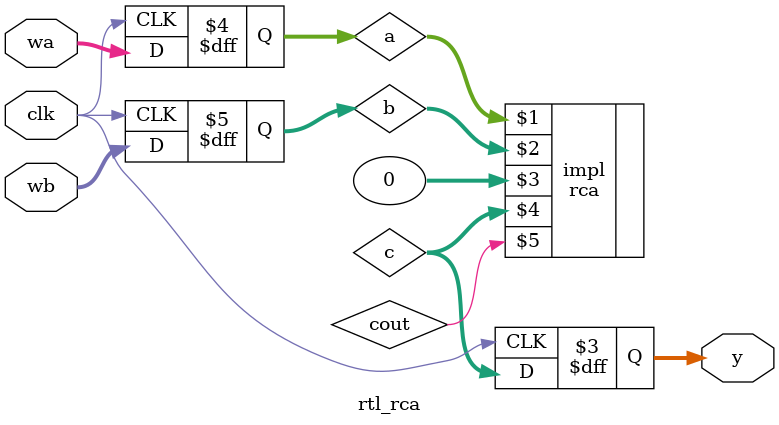
<source format=v>
module rtl_rca #(
    parameter N = 64
) (
    input wire clk,
    input wire [N-1: 0] wa,
    input wire [N-1: 0] wb,
    output reg [N-1: 0] y
);

reg [N-1: 0] a;
reg [N-1: 0] b;

wire [N-1: 0] c;
wire cout;

rca #(N) impl(a, b, 0, c, cout);

always @(posedge clk) begin
    a <= wa;
    b <= wb;
    y <= c;
end

endmodule

</source>
